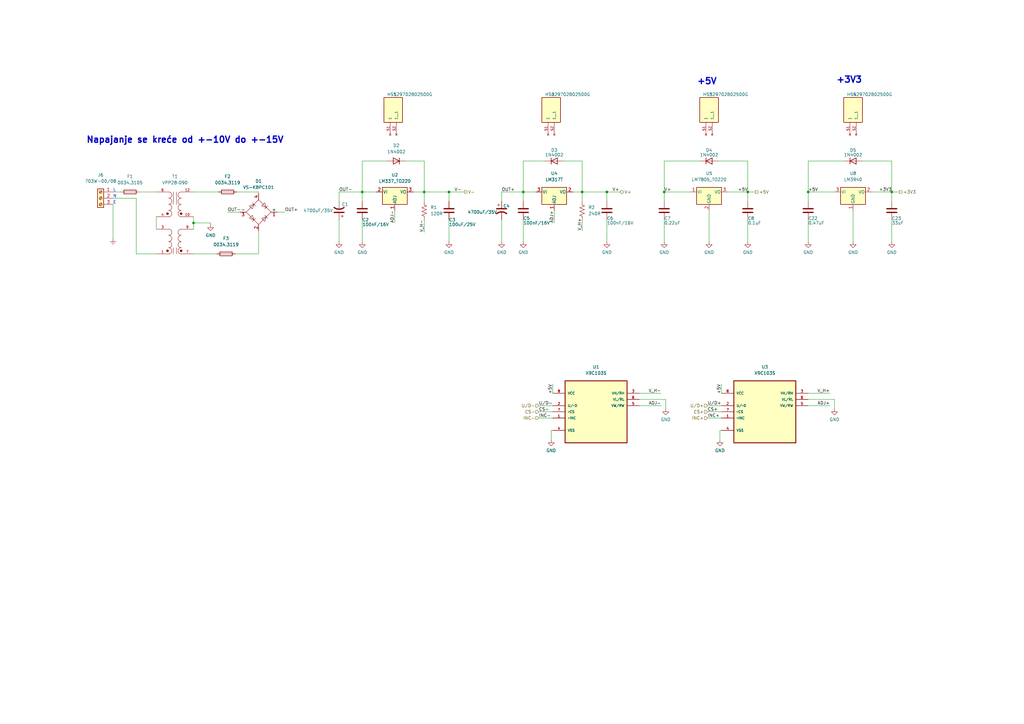
<source format=kicad_sch>
(kicad_sch (version 20211123) (generator eeschema)
  (paper "A3")
  (title_block (title "Dvostrano napajanje sa potenciometrom X9C103S") (date "2025-06-25") (rev "1.0") (comment 2 "Nikola Ilić i Mihajlo Ristić"))
  (lib_symbols
    (symbol "529702B02500G:529702B02500G" (pin_names (offset 1.016))
      (property "Reference" "HS1" (at 6.35 1.2701 90))
      (property "Value" "529702B02500G" (at 6.35 -1.2699 90))
      (symbol "529702B02500G_0_0"
        (rectangle (start -5.08 -5.08) (end 5.08 2.54) (stroke (width 0.254)) (fill (type background)))
        (pin no_connect line (at -10.16 0 0) (length 5.08) (name "1") (number "S1"))
        (pin no_connect line (at -10.16 -2.54 0) (length 5.08) (name "1__1") (number "S2"))
      )
    )
    (symbol "529702B02500G_1" (pin_names (offset 1.016))
      (property "Reference" "HS3" (at 6.35 1.2701 90))
      (property "Value" "529702B02500G_1" (at 6.35 -1.2699 90))
      (symbol "529702B02500G_1_0_0"
        (rectangle (start -5.08 -5.08) (end 5.08 2.54) (stroke (width 0.254)) (fill (type background)))
        (pin no_connect line (at -10.16 0 0) (length 5.08) (name "1") (number "S1"))
        (pin no_connect line (at -10.16 -2.54 0) (length 5.08) (name "1__1") (number "S2"))
      )
    )
    (symbol "529702B02500G_2" (pin_names (offset 1.016))
      (property "Reference" "HS4" (at 6.35 1.2701 90))
      (property "Value" "529702B02500G_2" (at 6.35 -1.2699 90))
      (symbol "529702B02500G_2_0_0"
        (rectangle (start -5.08 -5.08) (end 5.08 2.54) (stroke (width 0.254)) (fill (type background)))
        (pin no_connect line (at -10.16 0 0) (length 5.08) (name "1") (number "S1"))
        (pin no_connect line (at -10.16 -2.54 0) (length 5.08) (name "1__1") (number "S2"))
      )
    )
    (symbol "529702B02500G_3" (pin_names (offset 1.016))
      (property "Reference" "HS2" (at 6.35 1.2701 90))
      (property "Value" "529702B02500G" (at 6.35 -1.2699 90))
      (symbol "529702B02500G_3_0_0"
        (rectangle (start -5.08 -5.08) (end 5.08 2.54) (stroke (width 0.254)) (fill (type background)))
        (pin no_connect line (at -10.16 0 0) (length 5.08) (name "1") (number "S1"))
        (pin no_connect line (at -10.16 -2.54 0) (length 5.08) (name "1__1") (number "S2"))
      )
    )
    (symbol "Connector:Screw_Terminal_01x03" (pin_names (offset 1.016) hide)
      (property "Reference" "J" (at 0 5.08 0))
      (property "Value" "Screw_Terminal_01x03" (at 0 -5.08 0))
      (symbol "Screw_Terminal_01x03_1_1"
        (rectangle (start -1.27 3.81) (end 1.27 -3.81) (stroke (width 0.254)) (fill (type background)))
        (circle (center 0 -2.54) (radius 0.635) (stroke (width 0.1524)))
        (polyline (pts (xy -0.5334 -2.2098) (xy 0.3302 -3.048)) (stroke (width 0.1524)))
        (polyline (pts (xy -0.5334 0.3302) (xy 0.3302 -0.508)) (stroke (width 0.1524)))
        (polyline (pts (xy -0.5334 2.8702) (xy 0.3302 2.032)) (stroke (width 0.1524)))
        (polyline (pts (xy -0.3556 -2.032) (xy 0.508 -2.8702)) (stroke (width 0.1524)))
        (polyline (pts (xy -0.3556 0.508) (xy 0.508 -0.3302)) (stroke (width 0.1524)))
        (polyline (pts (xy -0.3556 3.048) (xy 0.508 2.2098)) (stroke (width 0.1524)))
        (circle (center 0 0) (radius 0.635) (stroke (width 0.1524)))
        (circle (center 0 2.54) (radius 0.635) (stroke (width 0.1524)))
        (pin passive line (at -5.08 2.54 0) (length 3.81) (name "Pin_1") (number "1"))
        (pin passive line (at -5.08 0 0) (length 3.81) (name "Pin_2") (number "2"))
        (pin passive line (at -5.08 -2.54 0) (length 3.81) (name "Pin_3") (number "3"))
      )
    )
    (symbol "Device:C" (pin_numbers hide) (pin_names (offset 0.254))
      (property "Reference" "C" (at 0.635 2.54 0))
      (property "Value" "C" (at 0.635 -2.54 0))
      (symbol "C_0_1"
        (polyline (pts (xy -2.032 -0.762) (xy 2.032 -0.762)) (stroke (width 0.508)))
        (polyline (pts (xy -2.032 0.762) (xy 2.032 0.762)) (stroke (width 0.508)))
      )
      (symbol "C_1_1"
        (pin passive line (at 0 3.81 270) (length 2.794) (name "~") (number "1"))
        (pin passive line (at 0 -3.81 90) (length 2.794) (name "~") (number "2"))
      )
    )
    (symbol "Device:C_Polarized_US" (pin_numbers hide) (pin_names (offset 0.254) hide)
      (property "Reference" "C" (at 0.635 2.54 0))
      (property "Value" "C_Polarized_US" (at 0.635 -2.54 0))
      (symbol "C_Polarized_US_0_1"
        (polyline (pts (xy -2.032 0.762) (xy 2.032 0.762)) (stroke (width 0.508)))
        (polyline (pts (xy -1.778 2.286) (xy -0.762 2.286)))
        (polyline (pts (xy -1.27 1.778) (xy -1.27 2.794)))
        (arc (start 2.032 -1.27) (mid 0 -0.5572) (end -2.032 -1.27) (stroke (width 0.508)))
      )
      (symbol "C_Polarized_US_1_1"
        (pin passive line (at 0 3.81 270) (length 2.794) (name "~") (number "1"))
        (pin passive line (at 0 -3.81 90) (length 3.302) (name "~") (number "2"))
      )
    )
    (symbol "Device:Fuse" (pin_numbers hide) (pin_names (offset 0))
      (property "Reference" "F" (at 2.032 0 90))
      (property "Value" "Fuse" (at -1.905 0 90))
      (symbol "Fuse_0_1"
        (rectangle (start -0.762 -2.54) (end 0.762 2.54) (stroke (width 0.254)))
        (polyline (pts (xy 0 2.54) (xy 0 -2.54)))
      )
      (symbol "Fuse_1_1"
        (pin passive line (at 0 3.81 270) (length 1.27) (name "~") (number "1"))
        (pin passive line (at 0 -3.81 90) (length 1.27) (name "~") (number "2"))
      )
    )
    (symbol "Device:R_US" (pin_numbers hide) (pin_names (offset 0))
      (property "Reference" "R" (at 2.54 0 90))
      (property "Value" "R_US" (at -2.54 0 90))
      (symbol "R_US_0_1"
        (polyline (pts (xy 0 -2.286) (xy 0 -2.54)))
        (polyline (pts (xy 0 2.286) (xy 0 2.54)))
        (polyline (pts (xy 0 -0.762) (xy 1.016 -1.143) (xy 0 -1.524) (xy -1.016 -1.905) (xy 0 -2.286)))
        (polyline (pts (xy 0 0.762) (xy 1.016 0.381) (xy 0 0) (xy -1.016 -0.381) (xy 0 -0.762)))
        (polyline (pts (xy 0 2.286) (xy 1.016 1.905) (xy 0 1.524) (xy -1.016 1.143) (xy 0 0.762)))
      )
      (symbol "R_US_1_1"
        (pin passive line (at 0 3.81 270) (length 1.27) (name "~") (number "1"))
        (pin passive line (at 0 -3.81 90) (length 1.27) (name "~") (number "2"))
      )
    )
    (symbol "Diode:1N4002" (pin_numbers hide) (pin_names hide)
      (property "Reference" "D" (at 0 2.54 0))
      (property "Value" "1N4002" (at 0 -2.54 0))
      (symbol "1N4002_0_1"
        (polyline (pts (xy -1.27 1.27) (xy -1.27 -1.27)) (stroke (width 0.254)))
        (polyline (pts (xy 1.27 0) (xy -1.27 0)))
        (polyline (pts (xy 1.27 1.27) (xy 1.27 -1.27) (xy -1.27 0) (xy 1.27 1.27)) (stroke (width 0.254)))
      )
      (symbol "1N4002_1_1"
        (pin passive line (at -3.81 0 0) (length 2.54) (name "K") (number "1"))
        (pin passive line (at 3.81 0 180) (length 2.54) (name "A") (number "2"))
      )
    )
    (symbol "Diode_Bridge:VS-KBPC101" (pin_names (offset 0))
      (property "Reference" "D" (at 2.54 6.985 0))
      (property "Value" "VS-KBPC101" (at 2.54 5.08 0))
      (symbol "VS-KBPC101_0_1"
        (polyline (pts (xy -2.54 3.81) (xy -1.27 2.54)))
        (polyline (pts (xy -1.27 -2.54) (xy -2.54 -3.81)))
        (polyline (pts (xy 2.54 -1.27) (xy 3.81 -2.54)))
        (polyline (pts (xy 2.54 1.27) (xy 3.81 2.54)))
        (polyline (pts (xy -3.81 2.54) (xy -2.54 1.27) (xy -1.905 3.175) (xy -3.81 2.54)))
        (polyline (pts (xy -2.54 -1.27) (xy -3.81 -2.54) (xy -1.905 -3.175) (xy -2.54 -1.27)))
        (polyline (pts (xy 1.27 2.54) (xy 2.54 3.81) (xy 3.175 1.905) (xy 1.27 2.54)))
        (polyline (pts (xy 3.175 -1.905) (xy 1.27 -2.54) (xy 2.54 -3.81) (xy 3.175 -1.905)))
        (polyline (pts (xy -5.08 0) (xy 0 -5.08) (xy 5.08 0) (xy 0 5.08) (xy -5.08 0)))
      )
      (symbol "VS-KBPC101_1_1"
        (pin passive line (at 7.62 0 180) (length 2.54) (name "+") (number "1"))
        (pin passive line (at 0 -7.62 90) (length 2.54) (name "~") (number "2"))
        (pin passive line (at -7.62 0 0) (length 2.54) (name "-") (number "3"))
        (pin passive line (at 0 7.62 270) (length 2.54) (name "~") (number "4"))
      )
    )
    (symbol "Regulator_Linear:AMS1117-1.5" (pin_names (offset 0.254))
      (property "Reference" "U" (at -3.81 3.175 0))
      (property "Value" "AMS1117-1.5" (at 0 3.175 0))
      (symbol "AMS1117-1.5_0_1"
        (rectangle (start -5.08 -5.08) (end 5.08 1.905) (stroke (width 0.254)) (fill (type background)))
      )
      (symbol "AMS1117-1.5_1_1"
        (pin power_in line (at 0 -7.62 90) (length 2.54) (name "GND") (number "1"))
        (pin power_out line (at 7.62 0 180) (length 2.54) (name "VO") (number "2"))
        (pin power_in line (at -7.62 0 0) (length 2.54) (name "VI") (number "3"))
      )
    )
    (symbol "Regulator_Linear:LM317_TO-220" (pin_names (offset 0.254))
      (property "Reference" "U" (at -3.81 3.175 0))
      (property "Value" "LM317_TO-220" (at 0 3.175 0))
      (symbol "LM317_TO-220_0_1"
        (rectangle (start -5.08 1.905) (end 5.08 -5.08) (stroke (width 0.254)) (fill (type background)))
      )
      (symbol "LM317_TO-220_1_1"
        (pin input line (at 0 -7.62 90) (length 2.54) (name "ADJ") (number "1"))
        (pin power_out line (at 7.62 0 180) (length 2.54) (name "VO") (number "2"))
        (pin power_in line (at -7.62 0 0) (length 2.54) (name "VI") (number "3"))
      )
    )
    (symbol "Regulator_Linear:LM337_TO220" (pin_names (offset 0.254))
      (property "Reference" "U" (at -3.81 -3.175 0))
      (property "Value" "LM337_TO220" (at 0 -3.175 0))
      (symbol "LM337_TO220_0_1"
        (rectangle (start -5.08 5.08) (end 5.08 -1.905) (stroke (width 0.254)) (fill (type background)))
      )
      (symbol "LM337_TO220_1_1"
        (pin input line (at 0 7.62 270) (length 2.54) (name "ADJ") (number "1"))
        (pin power_in line (at -7.62 0 0) (length 2.54) (name "VI") (number "2"))
        (pin power_out line (at 7.62 0 180) (length 2.54) (name "VO") (number "3"))
      )
    )
    (symbol "Regulator_Linear:LM7805_TO220" (pin_names (offset 0.254))
      (property "Reference" "U" (at -3.81 3.175 0))
      (property "Value" "LM7805_TO220" (at 0 3.175 0))
      (symbol "LM7805_TO220_0_1"
        (rectangle (start -5.08 1.905) (end 5.08 -5.08) (stroke (width 0.254)) (fill (type background)))
      )
      (symbol "LM7805_TO220_1_1"
        (pin power_in line (at -7.62 0 0) (length 2.54) (name "VI") (number "1"))
        (pin power_in line (at 0 -7.62 90) (length 2.54) (name "GND") (number "2"))
        (pin power_out line (at 7.62 0 180) (length 2.54) (name "VO") (number "3"))
      )
    )
    (symbol "VPP28-090:VPP28-090" (pin_names (offset 1.016))
      (property "Reference" "T1" (at 0 19.05 0))
      (property "Value" "VPP28–090" (at 0 16.51 0))
      (symbol "VPP28-090_0_0"
        (circle (center -3.048 -11.43) (radius 0.254) (stroke (width 0.508)))
        (circle (center -3.048 3.81) (radius 0.254) (stroke (width 0.508)))
        (arc (start -2.54 -12.7) (mid -1.27 -11.43) (end -2.54 -10.16) (stroke (width 0.1524)))
        (arc (start -2.54 -10.16) (mid -1.27 -8.89) (end -2.54 -7.62) (stroke (width 0.1524)))
        (arc (start -2.54 -7.62) (mid -1.27 -6.35) (end -2.54 -5.08) (stroke (width 0.1524)))
        (arc (start -2.54 -5.08) (mid -1.27 -3.81) (end -2.54 -2.54) (stroke (width 0.1524)))
        (arc (start -2.54 2.54) (mid -1.27 3.81) (end -2.54 5.08) (stroke (width 0.1524)))
        (arc (start -2.54 5.08) (mid -1.27 6.35) (end -2.54 7.62) (stroke (width 0.1524)))
        (arc (start -2.54 7.62) (mid -1.27 8.89) (end -2.54 10.16) (stroke (width 0.1524)))
        (arc (start -2.54 10.16) (mid -1.27 11.43) (end -2.54 12.7) (stroke (width 0.1524)))
        (polyline (pts (xy -0.635 -12.7) (xy -0.635 -10.16)) (stroke (width 0.1524)))
        (polyline (pts (xy -0.635 12.7) (xy -0.635 7.62)) (stroke (width 0.1524)))
        (polyline (pts (xy 0.635 -12.7) (xy 0.635 -10.16)) (stroke (width 0.1524)))
        (polyline (pts (xy 0.635 12.7) (xy 0.635 7.62)) (stroke (width 0.1524)))
        (circle (center 2.54 -11.43) (radius 0.254) (stroke (width 0.508)))
        (arc (start 2.54 -10.16) (mid 1.27 -11.43) (end 2.54 -12.7) (stroke (width 0.1524)))
        (arc (start 2.54 -7.62) (mid 1.27 -8.89) (end 2.54 -10.16) (stroke (width 0.1524)))
        (arc (start 2.54 -5.08) (mid 1.27 -6.35) (end 2.54 -7.62) (stroke (width 0.1524)))
        (arc (start 2.54 -2.54) (mid 1.27 -3.81) (end 2.54 -5.08) (stroke (width 0.1524)))
        (circle (center 2.54 3.81) (radius 0.254) (stroke (width 0.508)))
        (arc (start 2.54 5.08) (mid 1.27 3.81) (end 2.54 2.54) (stroke (width 0.1524)))
        (arc (start 2.54 7.62) (mid 1.27 6.35) (end 2.54 5.08) (stroke (width 0.1524)))
        (arc (start 2.54 10.16) (mid 1.27 8.89) (end 2.54 7.62) (stroke (width 0.1524)))
        (arc (start 2.54 12.7) (mid 1.27 11.43) (end 2.54 10.16) (stroke (width 0.1524)))
        (pin free line (at -7.62 -12.7 0) (length 5.08) (name "~") (number "1"))
        (pin free line (at 7.62 2.54 180) (length 5.08) (name "~") (number "10"))
        (pin free line (at 7.62 12.7 180) (length 5.08) (name "~") (number "12"))
        (pin free line (at -7.62 -2.54 0) (length 5.08) (name "~") (number "3"))
        (pin free line (at -7.62 2.54 0) (length 5.08) (name "~") (number "4"))
        (pin free line (at -7.62 12.7 0) (length 5.08) (name "~") (number "6"))
        (pin free line (at 7.62 -12.7 180) (length 5.08) (name "~") (number "7"))
        (pin free line (at 7.62 -2.54 180) (length 5.08) (name "~") (number "9"))
      )
    )
    (symbol "X9C103S:X9C103S" (pin_names (offset 1.016))
      (property "Reference" "U" (at -5.3734 14.2356 0))
      (property "Value" "X9C103S" (at -4.4317 -20.4775 0))
      (symbol "X9C103S_0_0"
        (rectangle (start -12.7 -15.24) (end 12.7 10.16) (stroke (width 0.4064)) (fill (type background)))
        (pin input line (at -17.78 -5.08 0) (length 5.08) (name "~INC") (number "1"))
        (pin input line (at -17.78 0 0) (length 5.08) (name "U/~D") (number "2"))
        (pin passive line (at 17.78 5.08 180) (length 5.08) (name "VH/RH") (number "3"))
        (pin power_in line (at -17.78 -10.16 0) (length 5.08) (name "VSS") (number "4"))
        (pin passive line (at 17.78 0 180) (length 5.08) (name "VW/RW") (number "5"))
        (pin passive line (at 17.78 2.54 180) (length 5.08) (name "VL/RL") (number "6"))
        (pin input line (at -17.78 -2.54 0) (length 5.08) (name "~CS") (number "7"))
        (pin power_in line (at -17.78 5.08 0) (length 5.08) (name "VCC") (number "8"))
      )
    )
    (symbol "power:Earth" (power) (pin_names (offset 0))
      (symbol "Earth_0_1"
        (polyline (pts (xy -0.635 -1.905) (xy 0.635 -1.905)))
        (polyline (pts (xy -0.127 -2.54) (xy 0.127 -2.54)))
        (polyline (pts (xy 0 -1.27) (xy 0 0)))
        (polyline (pts (xy 1.27 -1.27) (xy -1.27 -1.27)))
      )
      (symbol "Earth_1_1"
        (pin power_in line (at 0 0 270) (length 0) hide (name "Earth") (number "1"))
      )
    )
    (symbol "power:GND" (power) (pin_names (offset 0))
      (property "Value" "GND" (at 0 -3.81 0))
      (symbol "GND_0_1"
        (polyline (pts (xy 0 0) (xy 0 -1.27) (xy 1.27 -1.27) (xy 0 -2.54) (xy -1.27 -1.27) (xy 0 -1.27)))
      )
      (symbol "GND_1_1"
        (pin power_in line (at 0 0 270) (length 0) hide (name "GND") (number "1"))
      )
    )
  )
  (junction (at 173.99 78.74))
  (junction (at 248.92 78.74))
  (junction (at 148.59 78.74))
  (junction (at 331.47 78.74))
  (junction (at 306.705 78.74))
  (junction (at 238.76 78.74))
  (junction (at 214.63 78.74))
  (junction (at 365.76 78.74))
  (junction (at 184.15 78.74))
  (junction (at 272.415 78.74))
  (junction (at 79.375 91.44))
  (wire (pts (xy 365.76 82.55) (xy 365.76 78.74)))
  (wire (pts (xy 234.95 78.74) (xy 238.76 78.74)))
  (wire (pts (xy 79.375 78.74) (xy 89.535 78.74)))
  (wire (pts (xy 331.47 163.83) (xy 342.265 163.83)))
  (wire (pts (xy 139.065 90.17) (xy 139.065 99.06)))
  (wire (pts (xy 97.155 78.74) (xy 106.045 78.74)))
  (wire (pts (xy 306.705 90.17) (xy 306.705 99.06)))
  (wire (pts (xy 220.98 168.91) (xy 226.695 168.91)))
  (wire (pts (xy 223.52 66.04) (xy 214.63 66.04)))
  (wire (pts (xy 148.59 78.74) (xy 148.59 82.55)))
  (wire (pts (xy 205.74 78.74) (xy 214.63 78.74)))
  (wire (pts (xy 248.92 78.74) (xy 254.635 78.74)))
  (wire (pts (xy 184.15 82.55) (xy 184.15 78.74)))
  (wire (pts (xy 331.47 166.37) (xy 340.36 166.37)))
  (wire (pts (xy 290.195 166.37) (xy 295.91 166.37)))
  (wire (pts (xy 57.15 78.74) (xy 64.135 78.74)))
  (wire (pts (xy 79.375 91.44) (xy 79.375 93.98)))
  (wire (pts (xy 272.415 90.17) (xy 272.415 99.06)))
  (wire (pts (xy 173.99 78.74) (xy 184.15 78.74)))
  (wire (pts (xy 161.925 86.36) (xy 161.925 91.44)))
  (wire (pts (xy 238.76 78.74) (xy 248.92 78.74)))
  (wire (pts (xy 205.74 90.17) (xy 205.74 99.06)))
  (wire (pts (xy 331.47 161.29) (xy 340.36 161.29)))
  (wire (pts (xy 106.045 104.14) (xy 96.52 104.14)))
  (wire (pts (xy 295.275 176.53) (xy 295.275 180.34)))
  (wire (pts (xy 214.63 90.17) (xy 214.63 99.06)))
  (wire (pts (xy 227.33 86.36) (xy 227.33 91.44)))
  (wire (pts (xy 226.06 176.53) (xy 226.695 176.53)))
  (wire (pts (xy 148.59 78.74) (xy 148.59 66.04)))
  (wire (pts (xy 79.375 104.14) (xy 88.9 104.14)))
  (wire (pts (xy 272.415 66.04) (xy 272.415 78.74)))
  (wire (pts (xy 79.375 88.9) (xy 79.375 91.44)))
  (wire (pts (xy 306.705 66.04) (xy 306.705 78.74)))
  (wire (pts (xy 248.92 90.17) (xy 248.92 99.06)))
  (wire (pts (xy 226.06 176.53) (xy 226.06 180.34)))
  (wire (pts (xy 55.88 81.28) (xy 46.355 81.28)))
  (wire (pts (xy 365.76 90.17) (xy 365.76 99.06)))
  (wire (pts (xy 79.375 91.44) (xy 86.36 91.44)))
  (wire (pts (xy 214.63 78.74) (xy 219.71 78.74)))
  (wire (pts (xy 306.705 82.55) (xy 306.705 78.74)))
  (wire (pts (xy 220.98 171.45) (xy 226.695 171.45)))
  (wire (pts (xy 295.275 176.53) (xy 295.91 176.53)))
  (wire (pts (xy 139.065 78.74) (xy 148.59 78.74)))
  (wire (pts (xy 365.76 78.74) (xy 368.935 78.74)))
  (wire (pts (xy 342.265 163.83) (xy 342.265 167.64)))
  (wire (pts (xy 272.415 78.74) (xy 283.21 78.74)))
  (wire (pts (xy 184.15 90.17) (xy 184.15 99.06)))
  (wire (pts (xy 273.05 163.83) (xy 273.05 167.64)))
  (wire (pts (xy 98.425 86.995) (xy 93.345 86.995)))
  (wire (pts (xy 238.76 66.04) (xy 238.76 78.74)))
  (wire (pts (xy 306.705 78.74) (xy 298.45 78.74)))
  (wire (pts (xy 349.885 86.36) (xy 349.885 99.06)))
  (wire (pts (xy 148.59 90.17) (xy 148.59 99.06)))
  (wire (pts (xy 169.545 78.74) (xy 173.99 78.74)))
  (wire (pts (xy 365.76 78.74) (xy 357.505 78.74)))
  (wire (pts (xy 238.76 90.17) (xy 238.76 94.615)))
  (wire (pts (xy 46.355 83.82) (xy 46.355 97.79)))
  (wire (pts (xy 116.84 86.995) (xy 113.665 86.995)))
  (wire (pts (xy 220.98 166.37) (xy 226.695 166.37)))
  (wire (pts (xy 294.64 66.04) (xy 306.705 66.04)))
  (wire (pts (xy 295.91 157.48) (xy 295.91 161.29)))
  (wire (pts (xy 173.99 78.74) (xy 173.99 82.55)))
  (wire (pts (xy 346.075 66.04) (xy 331.47 66.04)))
  (wire (pts (xy 205.74 78.74) (xy 205.74 82.55)))
  (wire (pts (xy 331.47 78.74) (xy 342.265 78.74)))
  (wire (pts (xy 64.135 88.9) (xy 64.135 93.98)))
  (wire (pts (xy 262.255 161.29) (xy 271.145 161.29)))
  (wire (pts (xy 55.88 104.14) (xy 64.135 104.14)))
  (wire (pts (xy 214.63 66.04) (xy 214.63 78.74)))
  (wire (pts (xy 287.02 66.04) (xy 272.415 66.04)))
  (wire (pts (xy 306.705 78.74) (xy 309.88 78.74)))
  (wire (pts (xy 290.195 168.91) (xy 295.91 168.91)))
  (wire (pts (xy 262.255 163.83) (xy 273.05 163.83)))
  (wire (pts (xy 365.76 66.04) (xy 365.76 78.74)))
  (wire (pts (xy 262.255 166.37) (xy 271.145 166.37)))
  (wire (pts (xy 226.695 157.48) (xy 226.695 161.29)))
  (wire (pts (xy 290.195 171.45) (xy 295.91 171.45)))
  (wire (pts (xy 173.99 78.74) (xy 173.99 66.04)))
  (wire (pts (xy 173.99 66.04) (xy 166.37 66.04)))
  (wire (pts (xy 331.47 82.55) (xy 331.47 78.74)))
  (wire (pts (xy 173.99 90.17) (xy 173.99 95.25)))
  (wire (pts (xy 214.63 82.55) (xy 214.63 78.74)))
  (wire (pts (xy 231.14 66.04) (xy 238.76 66.04)))
  (wire (pts (xy 106.045 94.615) (xy 106.045 104.14)))
  (wire (pts (xy 272.415 82.55) (xy 272.415 78.74)))
  (wire (pts (xy 106.045 78.74) (xy 106.045 79.375)))
  (wire (pts (xy 148.59 78.74) (xy 154.305 78.74)))
  (wire (pts (xy 248.92 82.55) (xy 248.92 78.74)))
  (wire (pts (xy 139.065 78.74) (xy 139.065 82.55)))
  (wire (pts (xy 353.695 66.04) (xy 365.76 66.04)))
  (wire (pts (xy 331.47 90.17) (xy 331.47 99.06)))
  (wire (pts (xy 290.83 86.36) (xy 290.83 99.06)))
  (wire (pts (xy 331.47 66.04) (xy 331.47 78.74)))
  (wire (pts (xy 86.36 91.44) (xy 86.36 92.075)))
  (wire (pts (xy 238.76 78.74) (xy 238.76 82.55)))
  (wire (pts (xy 55.88 81.28) (xy 55.88 104.14)))
  (wire (pts (xy 148.59 66.04) (xy 158.75 66.04)))
  (wire (pts (xy 46.355 78.74) (xy 49.53 78.74)))
  (wire (pts (xy 184.15 78.74) (xy 190.5 78.74)))
  (text "+3V3" (at 342.9 34.29 0) (effects (font (size 2.54 2.54) bold) (justify left bottom)))
  (text "+5V" (at 285.75 34.925 0) (effects (font (size 2.54 2.54) bold) (justify left bottom)))
  (text "E" (at 46.355 83.82 0) (effects (font (size 1.27 1.27)) (justify left bottom)))
  (text "Napajanje se kreće od +-10V do +-15V" (at 35.306 58.928 0) (effects (font (size 2.54 2.54) (thickness 0.508) bold) (justify left bottom)))
  (text "L" (at 46.355 78.74 0) (effects (font (size 1.27 1.27)) (justify left bottom)))
  (text "N\n" (at 46.355 81.28 0) (effects (font (size 1.27 1.27)) (justify left bottom)))
  (label "V-" (at 189.23 78.74 180))
  (label "V_H+" (at 238.76 94.615 90))
  (label "CS-" (at 220.98 168.91 0))
  (label "ADJ+" (at 227.33 91.44 90))
  (label "+3V3" (at 365.76 78.74 180))
  (label "ADJ+" (at 340.36 166.37 180))
  (label "ADJ-" (at 161.925 91.44 90))
  (label "+5V" (at 331.47 78.74 0))
  (label "INC+" (at 290.195 171.45 0))
  (label "CS+" (at 290.195 168.91 0))
  (label "OUT+" (at 116.84 86.995 0))
  (label "V+" (at 272.415 78.74 0))
  (label "U{slash}D-" (at 220.98 166.37 0))
  (label "OUT+" (at 205.74 78.74 0))
  (label "U{slash}D+" (at 290.195 166.37 0))
  (label "ADJ-" (at 271.145 166.37 180))
  (label "+5V" (at 226.695 157.48 270))
  (label "V+" (at 254 78.74 180))
  (label "+5V" (at 306.705 78.74 180))
  (label "V_H+" (at 340.36 161.29 180))
  (label "OUT-" (at 139.065 78.74 0))
  (label "+5V" (at 295.91 157.48 270))
  (label "V_H-" (at 173.99 95.25 90))
  (label "V_H-" (at 271.145 161.29 180))
  (label "OUT-" (at 93.345 86.995 0))
  (label "INC-" (at 220.98 171.45 0))
  (hierarchical_label "+5V" (shape output) (at 309.88 78.74 0))
  (hierarchical_label "V-" (shape output) (at 190.5 78.74 0))
  (hierarchical_label "U{slash}D+" (shape input) (at 290.195 166.37 180))
  (hierarchical_label "U{slash}D-" (shape input) (at 220.98 166.37 180))
  (hierarchical_label "+3V3" (shape output) (at 368.935 78.74 0))
  (hierarchical_label "INC-" (shape input) (at 220.98 171.45 180))
  (hierarchical_label "INC+" (shape input) (at 290.195 171.45 180))
  (hierarchical_label "CS-" (shape input) (at 220.98 168.91 180))
  (hierarchical_label "CS+" (shape input) (at 290.195 168.91 180))
  (hierarchical_label "V+" (shape output) (at 254.635 78.74 0))
  (symbol (lib_id "power:GND") (at 184.15 99.06 0) (unit 1)
    (property "Reference" "#PWR07" (effects hide))
    (property "Value" "GND" (at 184.15 103.505 0))
  )
  (symbol (lib_id "power:GND") (at 248.92 99.06 0) (unit 1)
    (property "Reference" "#PWR011" (effects hide))
    (property "Value" "GND" (at 248.92 103.505 0))
  )
  (symbol (lib_id "power:GND") (at 306.705 99.06 0) (unit 1)
    (property "Reference" "#PWR015" (effects hide))
    (property "Value" "GND" (at 306.705 103.505 0))
  )
  (symbol (lib_id "Diode_Bridge:VS-KBPC101") (at 106.045 86.995 0) (unit 1)
    (property "Reference" "D1" (at 106.045 74.295 0))
    (property "Value" "VS-KBPC101" (at 106.045 76.835 0))
    (property "Footprint" "Diode_THT:Diode_Bridge_Vishay_KBPC1" (effects hide))
    (property "Datasheet" "http://www.vishay.com/docs/93585/vs-kbpc1series.pdf" (effects hide))
  )
  (symbol (lib_id "power:GND") (at 365.76 99.06 0) (unit 1)
    (property "Reference" "#PWR033" (effects hide))
    (property "Value" "GND" (at 365.76 103.505 0))
  )
  (symbol (lib_id "Device:C") (at 248.92 86.36 0) (unit 1)
    (property "Reference" "C6" (at 248.92 89.535 0) (effects (justify left)))
    (property "Value" "100nF/16V" (at 248.92 91.44 0) (effects (justify left)))
    (property "Footprint" "Capacitor_SMD:C_0805_2012Metric" (effects hide))
  )
  (symbol (lib_id "Device:C") (at 306.705 86.36 0) (unit 1)
    (property "Reference" "C8" (at 306.705 89.535 0) (effects (justify left)))
    (property "Value" "0.1uF" (at 306.705 91.44 0) (effects (justify left)))
    (property "Footprint" "Capacitor_SMD:C_0805_2012Metric" (effects hide))
  )
  (symbol (lib_id "Device:R_US") (at 238.76 86.36 0) (unit 1)
    (property "Reference" "R2" (at 241.3 85.0899 0) (effects (justify left)))
    (property "Value" "240R" (at 241.3 87.6299 0) (effects (justify left)))
    (property "Footprint" "Capacitor_SMD:C_0805_2012Metric" (effects hide))
    (property "Datasheet" "https://www.seielect.com/catalog/sei-rmcf_rmcp.pdf" (effects hide))
    (property "NAME" "RMCF0805JT240R" (effects hide))
  )
  (symbol (lib_id "Regulator_Linear:LM7805_TO220") (at 290.83 78.74 0) (unit 1)
    (property "Reference" "U5" (at 290.83 71.12 0))
    (property "Value" "LM7805_TO220" (at 290.83 73.66 0))
    (property "Footprint" "Package_TO_SOT_THT:TO-220-3_Vertical" (effects hide))
    (property "Datasheet" "https://www.onsemi.cn/PowerSolutions/document/MC7800-D.PDF" (effects hide))
  )
  (symbol (lib_id "X9C103S:X9C103S") (at 313.69 166.37 0) (unit 1)
    (property "Reference" "U3" (at 313.69 150.495 0))
    (property "Value" "X9C103S" (at 313.69 153.035 0))
    (property "Footprint" "DIGITAL POT:SOIC127P600X175-8N" (effects hide))
    (property "MF" "Renesas Electronics" (effects hide))
    (property "Description" "\n                        \n                            Digital Potentiometer 10k Ohm 1 Circuit 100 Taps Up/Down (U/D, INC, CS) Interface 8-SOIC\n                        \n" (effects hide))
    (property "PACKAGE" "SOIC-8" (effects hide))
    (property "MPN" "X9C103S" (effects hide))
    (property "Price" "None" (effects hide))
    (property "Package" "SOIC-8 Intersil" (effects hide))
    (property "OC_FARNELL" "1131420" (effects hide))
    (property "SnapEDA_Link" "https://www.snapeda.com/parts/X9C103S/Renesas/view-part/?ref=snap" (effects hide))
    (property "MP" "X9C103S" (effects hide))
    (property "SUPPLIER" "Intersil" (effects hide))
    (property "OC_NEWARK" "79K8953" (effects hide))
    (property "Availability" "In Stock" (effects hide))
    (property "Check_prices" "https://www.snapeda.com/parts/X9C103S/Renesas/view-part/?ref=eda" (effects hide))
  )
  (symbol (lib_id "power:GND") (at 342.265 167.64 0) (unit 1)
    (property "Reference" "#PWR012" (effects hide))
    (property "Value" "GND" (at 342.265 172.085 0))
  )
  (symbol (lib_id "Device:C_Polarized_US") (at 205.74 86.36 0) (unit 1)
    (property "Reference" "C4" (at 206.375 84.455 0) (effects (justify left)))
    (property "Value" "4700uF/35V" (at 191.77 86.995 0) (effects (justify left)))
    (property "Footprint" "rect_cap:CAPPRD750W80D1800H4200" (effects hide))
  )
  (symbol (lib_name "529702B02500G_1") (lib_id "529702B02500G:529702B02500G") (at 289.56 45.085 90) (unit 1)
    (property "Reference" "HS3" (at 288.2899 38.735 90) (effects (justify right)))
    (property "Value" "529702B02500G" (at 290.8299 38.735 90) (effects (justify right)))
    (property "Footprint" "529702B02500G:HSINK_529702B02500G" (effects hide))
    (property "MANUFACTURER" "Aavid, Thermal Division of Boyd Corporation" (effects hide))
  )
  (symbol (lib_id "Device:Fuse") (at 53.34 78.74 90) (unit 1)
    (property "Reference" "F1" (at 53.34 72.39 90))
    (property "Value" "0034.3105" (at 53.34 74.93 90))
    (property "Footprint" "Fuse:Fuseholder_Cylinder-5x20mm_Schurter_0031_8201_Horizontal_Open" (effects hide))
    (property "Datasheet" "https://www.schurter.com/en/datasheet/typ_FST_5x20_Pigtail.pdf" (effects hide))
  )
  (symbol (lib_id "Device:C_Polarized_US") (at 139.065 86.36 180) (unit 1)
    (property "Reference" "C1" (at 142.875 83.82 0) (effects (justify left)))
    (property "Value" "4700uF/35V" (at 136.525 86.36 0) (effects (justify left)))
    (property "Footprint" "rect_cap:CAPPRD750W80D1800H4200" (effects hide))
  )
  (symbol (lib_id "power:GND") (at 148.59 99.06 0) (unit 1)
    (property "Reference" "#PWR05" (effects hide))
    (property "Value" "GND" (at 148.59 103.505 0))
  )
  (symbol (lib_id "power:GND") (at 290.83 99.06 0) (unit 1)
    (property "Reference" "#PWR014" (effects hide))
    (property "Value" "GND" (at 290.83 103.505 0))
  )
  (symbol (lib_id "Regulator_Linear:LM337_TO220") (at 161.925 78.74 0) (mirror x) (unit 1)
    (property "Reference" "U2" (at 161.925 71.755 0))
    (property "Value" "LM337_TO220" (at 161.925 74.295 0))
    (property "Footprint" "Package_TO_SOT_THT:TO-220-3_Vertical" (effects hide))
    (property "Datasheet" "http://www.ti.com/lit/ds/symlink/lm337-n.pdf" (effects hide))
  )
  (symbol (lib_id "Regulator_Linear:AMS1117-1.5") (at 349.885 78.74 0) (unit 1)
    (property "Reference" "U8" (at 349.885 71.12 0))
    (property "Value" "LM3940" (at 349.885 73.66 0))
    (property "Footprint" "Package_TO_SOT_THT:TO-220-3_Vertical" (effects hide))
  )
  (symbol (lib_id "power:GND") (at 86.36 92.075 0) (unit 1)
    (property "Reference" "#PWR02" (effects hide))
    (property "Value" "GND" (at 86.36 96.52 0))
  )
  (symbol (lib_id "power:GND") (at 139.065 99.06 0) (unit 1)
    (property "Reference" "#PWR04" (effects hide))
    (property "Value" "GND" (at 139.065 103.505 0))
  )
  (symbol (lib_id "529702B02500G:529702B02500G") (at 160.02 45.085 90) (unit 1)
    (property "Reference" "HS1" (at 158.7499 38.735 90) (effects (justify right)))
    (property "Value" "529702B02500G" (at 161.2899 38.735 90) (effects (justify right)))
    (property "Footprint" "529702B02500G:HSINK_529702B02500G" (effects hide))
    (property "MANUFACTURER" "Aavid, Thermal Division of Boyd Corporation" (effects hide))
  )
  (symbol (lib_id "power:GND") (at 273.05 167.64 0) (unit 1)
    (property "Reference" "#PWR06" (effects hide))
    (property "Value" "GND" (at 273.05 172.085 0))
  )
  (symbol (lib_name "529702B02500G_2") (lib_id "529702B02500G:529702B02500G") (at 348.615 45.085 90) (unit 1)
    (property "Reference" "HS4" (at 347.3449 38.735 90) (effects (justify right)))
    (property "Value" "529702B02500G" (at 349.8849 38.735 90) (effects (justify right)))
    (property "Footprint" "529702B02500G:HSINK_529702B02500G" (effects hide))
    (property "MANUFACTURER" "Aavid, Thermal Division of Boyd Corporation" (effects hide))
  )
  (symbol (lib_id "power:GND") (at 295.275 180.34 0) (unit 1)
    (property "Reference" "#PWR09" (effects hide))
    (property "Value" "GND" (at 295.275 184.785 0))
  )
  (symbol (lib_id "Device:C") (at 214.63 86.36 0) (unit 1)
    (property "Reference" "C5" (at 214.63 89.535 0) (effects (justify left)))
    (property "Value" "100nF/16V" (at 214.63 91.44 0) (effects (justify left)))
    (property "Footprint" "Capacitor_SMD:C_0805_2012Metric" (effects hide))
  )
  (symbol (lib_id "Device:Fuse") (at 92.71 104.14 90) (unit 1)
    (property "Reference" "F3" (at 92.71 97.79 90))
    (property "Value" "0034.3119" (at 92.71 100.33 90))
    (property "Footprint" "Fuse:Fuseholder_Cylinder-5x20mm_Schurter_0031_8201_Horizontal_Open" (effects hide))
    (property "Datasheet" "https://www.schurter.com/en/datasheet/typ_FST_5x20_Pigtail.pdf" (effects hide))
  )
  (symbol (lib_id "Device:R_US") (at 173.99 86.36 0) (unit 1)
    (property "Reference" "R1" (at 176.53 85.0899 0) (effects (justify left)))
    (property "Value" "120R" (at 176.53 87.6299 0) (effects (justify left)))
    (property "Footprint" "Capacitor_SMD:C_0805_2012Metric" (effects hide))
    (property "Datasheet" "https://www.susumu.co.jp/common/pdf/n_catalog_partition01_en.pdf" (effects hide))
    (property "NAME" "RG2012N-121-W-T1" (effects hide))
  )
  (symbol (lib_id "Connector:Screw_Terminal_01x03") (at 41.275 81.28 0) (mirror y) (unit 1)
    (property "Reference" "J6" (at 41.275 71.755 0))
    (property "Value" "703W-00/08" (at 41.275 74.295 0))
    (property "Footprint" "TerminalBlock_Phoenix:TerminalBlock_Phoenix_MKDS-1,5-3_1x03_P5.00mm_Horizontal" (effects hide))
  )
  (symbol (lib_id "Device:C") (at 184.15 86.36 0) (unit 1)
    (property "Reference" "C3" (at 184.15 90.17 0) (effects (justify left)))
    (property "Value" "100uF/25V" (at 184.15 92.075 0) (effects (justify left)))
    (property "Footprint" "Capacitor_SMD:C_0805_2012Metric" (effects hide))
  )
  (symbol (lib_id "power:Earth") (at 46.355 97.79 0) (unit 1)
    (property "Reference" "#PWR01" (effects hide))
    (property "Value" "Earth" (effects hide))
  )
  (symbol (lib_id "Device:C") (at 148.59 86.36 0) (unit 1)
    (property "Reference" "C2" (at 148.59 90.17 0) (effects (justify left)))
    (property "Value" "100nF/16V" (at 148.59 92.075 0) (effects (justify left)))
    (property "Footprint" "Capacitor_SMD:C_0805_2012Metric" (effects hide))
  )
  (symbol (lib_id "power:GND") (at 214.63 99.06 0) (unit 1)
    (property "Reference" "#PWR010" (effects hide))
    (property "Value" "GND" (at 214.63 103.505 0))
  )
  (symbol (lib_id "power:GND") (at 331.47 99.06 0) (unit 1)
    (property "Reference" "#PWR031" (effects hide))
    (property "Value" "GND" (at 331.47 103.505 0))
  )
  (symbol (lib_id "power:GND") (at 272.415 99.06 0) (unit 1)
    (property "Reference" "#PWR013" (effects hide))
    (property "Value" "GND" (at 272.415 103.505 0))
  )
  (symbol (lib_id "power:GND") (at 349.885 99.06 0) (unit 1)
    (property "Reference" "#PWR032" (effects hide))
    (property "Value" "GND" (at 349.885 103.505 0))
  )
  (symbol (lib_id "Device:Fuse") (at 93.345 78.74 90) (unit 1)
    (property "Reference" "F2" (at 93.345 72.39 90))
    (property "Value" "0034.3119" (at 93.345 74.93 90))
    (property "Footprint" "Fuse:Fuseholder_Cylinder-5x20mm_Schurter_0031_8201_Horizontal_Open" (effects hide))
    (property "Datasheet" "https://www.schurter.com/en/datasheet/typ_FST_5x20_Pigtail.pdf" (effects hide))
  )
  (symbol (lib_id "Device:C") (at 365.76 86.36 0) (unit 1)
    (property "Reference" "C23" (at 365.76 89.535 0) (effects (justify left)))
    (property "Value" "33uF" (at 365.76 91.44 0) (effects (justify left)))
    (property "Footprint" "Capacitor_SMD:C_0805_2012Metric" (effects hide))
  )
  (symbol (lib_name "529702B02500G_3") (lib_id "529702B02500G:529702B02500G") (at 224.79 45.085 90) (unit 1)
    (property "Reference" "HS2" (at 223.5199 38.735 90) (effects (justify right)))
    (property "Value" "529702B02500G" (at 226.0599 38.735 90) (effects (justify right)))
    (property "Footprint" "529702B02500G:HSINK_529702B02500G" (effects hide))
    (property "MANUFACTURER" "Aavid, Thermal Division of Boyd Corporation" (effects hide))
  )
  (symbol (lib_id "Regulator_Linear:LM317_TO-220") (at 227.33 78.74 0) (unit 1)
    (property "Reference" "U4" (at 227.33 71.12 0))
    (property "Value" "LM317T" (at 227.33 73.66 0))
    (property "Footprint" "Package_TO_SOT_THT:TO-220-3_Vertical" (effects hide))
    (property "Datasheet" "https://www.onsemi.com/pdf/datasheet/lm317-d.pdf" (effects hide))
  )
  (symbol (lib_id "power:GND") (at 226.06 180.34 0) (unit 1)
    (property "Reference" "#PWR03" (effects hide))
    (property "Value" "GND" (at 226.06 184.785 0))
  )
  (symbol (lib_id "Diode:1N4002") (at 162.56 66.04 0) (mirror y) (unit 1)
    (property "Reference" "D2" (at 162.56 59.69 0))
    (property "Value" "1N4002" (at 162.56 62.23 0))
    (property "Footprint" "Diode_THT:D_DO-41_SOD81_P10.16mm_Horizontal" (effects hide))
    (property "Datasheet" "http://www.vishay.com/docs/88503/1n4001.pdf" (effects hide))
  )
  (symbol (lib_id "Device:C") (at 272.415 86.36 0) (unit 1)
    (property "Reference" "C7" (at 272.415 89.535 0) (effects (justify left)))
    (property "Value" "0.22uF" (at 272.415 91.44 0) (effects (justify left)))
    (property "Footprint" "Capacitor_SMD:C_0805_2012Metric" (effects hide))
  )
  (symbol (lib_id "VPP28-090:VPP28-090") (at 71.755 91.44 0) (unit 1)
    (property "Reference" "T1" (at 71.755 72.39 0))
    (property "Value" "VPP28–090" (at 71.755 74.93 0))
    (property "Footprint" "VPP28_090:XFMR_VPP28-090" (effects hide))
    (property "Datasheet" "https://catalog.triadmagnetics.com/Asset/VPP28-090.pdf" (effects hide))
    (property "MF" "Triad Magnetics" (effects hide))
    (property "Description" "\n                        \n                            PWR XFMR LAMINATED 24VA TH\n                        \n" (effects hide))
    (property "Package" "None" (effects hide))
    (property "Price" "None" (effects hide))
    (property "Check_prices" "https://www.snapeda.com/parts/FP34-700/Triad+Magnetics/view-part/?ref=eda" (effects hide))
    (property "STANDARD" "IPC-7251" (effects hide))
    (property "SnapEDA_Link" "https://www.snapeda.com/parts/FP34-700/Triad+Magnetics/view-part/?ref=snap" (effects hide))
    (property "MP" "FP34-700" (effects hide))
    (property "Availability" "In Stock" (effects hide))
    (property "MANUFACTURER" "TRIAD" (effects hide))
  )
  (symbol (lib_id "X9C103S:X9C103S") (at 244.475 166.37 0) (unit 1)
    (property "Reference" "U1" (at 244.475 150.495 0))
    (property "Value" "X9C103S" (at 244.475 153.035 0))
    (property "Footprint" "DIGITAL POT:SOIC127P600X175-8N" (effects hide))
    (property "MF" "Renesas Electronics" (effects hide))
    (property "Description" "\n                        \n                            Digital Potentiometer 10k Ohm 1 Circuit 100 Taps Up/Down (U/D, INC, CS) Interface 8-SOIC\n                        \n" (effects hide))
    (property "PACKAGE" "SOIC-8" (effects hide))
    (property "MPN" "X9C103S" (effects hide))
    (property "Price" "None" (effects hide))
    (property "Package" "SOIC-8 Intersil" (effects hide))
    (property "OC_FARNELL" "1131420" (effects hide))
    (property "SnapEDA_Link" "https://www.snapeda.com/parts/X9C103S/Renesas/view-part/?ref=snap" (effects hide))
    (property "MP" "X9C103S" (effects hide))
    (property "SUPPLIER" "Intersil" (effects hide))
    (property "OC_NEWARK" "79K8953" (effects hide))
    (property "Availability" "In Stock" (effects hide))
    (property "Check_prices" "https://www.snapeda.com/parts/X9C103S/Renesas/view-part/?ref=eda" (effects hide))
  )
  (symbol (lib_id "Diode:1N4002") (at 227.33 66.04 0) (mirror x) (unit 1)
    (property "Reference" "D3" (at 227.33 61.595 0))
    (property "Value" "1N4002" (at 227.33 63.5 0))
    (property "Footprint" "Diode_THT:D_DO-41_SOD81_P10.16mm_Horizontal" (effects hide))
    (property "Datasheet" "http://www.vishay.com/docs/88503/1n4001.pdf" (effects hide))
  )
  (symbol (lib_id "Diode:1N4002") (at 290.83 66.04 0) (mirror x) (unit 1)
    (property "Reference" "D4" (at 290.83 61.595 0))
    (property "Value" "1N4002" (at 290.83 63.5 0))
    (property "Footprint" "Diode_THT:D_DO-41_SOD81_P10.16mm_Horizontal" (effects hide))
    (property "Datasheet" "http://www.vishay.com/docs/88503/1n4001.pdf" (effects hide))
  )
  (symbol (lib_id "Device:C") (at 331.47 86.36 0) (unit 1)
    (property "Reference" "C22" (at 331.47 89.535 0) (effects (justify left)))
    (property "Value" "0.47uF" (at 331.47 91.44 0) (effects (justify left)))
    (property "Footprint" "Capacitor_SMD:C_0805_2012Metric" (effects hide))
  )
  (symbol (lib_id "Diode:1N4002") (at 349.885 66.04 0) (mirror x) (unit 1)
    (property "Reference" "D5" (at 349.885 61.595 0))
    (property "Value" "1N4002" (at 349.885 63.5 0))
    (property "Footprint" "Diode_THT:D_DO-41_SOD81_P10.16mm_Horizontal" (effects hide))
    (property "Datasheet" "http://www.vishay.com/docs/88503/1n4001.pdf" (effects hide))
  )
  (symbol (lib_id "power:GND") (at 205.74 99.06 0) (unit 1)
    (property "Reference" "#PWR08" (effects hide))
    (property "Value" "GND" (at 205.74 103.505 0))
  )
)
</source>
